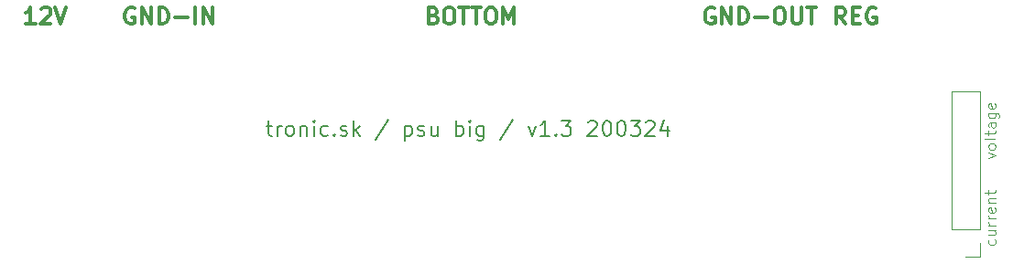
<source format=gto>
G04 #@! TF.FileFunction,Legend,Top*
%FSLAX46Y46*%
G04 Gerber Fmt 4.6, Leading zero omitted, Abs format (unit mm)*
G04 Created by KiCad (PCBNEW 4.0.7) date 03/25/20 15:59:30*
%MOMM*%
%LPD*%
G01*
G04 APERTURE LIST*
%ADD10C,0.100000*%
%ADD11C,0.300000*%
%ADD12C,0.200000*%
%ADD13C,0.120000*%
G04 APERTURE END LIST*
D10*
D11*
X134457714Y-58312857D02*
X134672000Y-58384286D01*
X134743428Y-58455714D01*
X134814857Y-58598571D01*
X134814857Y-58812857D01*
X134743428Y-58955714D01*
X134672000Y-59027143D01*
X134529142Y-59098571D01*
X133957714Y-59098571D01*
X133957714Y-57598571D01*
X134457714Y-57598571D01*
X134600571Y-57670000D01*
X134672000Y-57741429D01*
X134743428Y-57884286D01*
X134743428Y-58027143D01*
X134672000Y-58170000D01*
X134600571Y-58241429D01*
X134457714Y-58312857D01*
X133957714Y-58312857D01*
X135743428Y-57598571D02*
X136029142Y-57598571D01*
X136172000Y-57670000D01*
X136314857Y-57812857D01*
X136386285Y-58098571D01*
X136386285Y-58598571D01*
X136314857Y-58884286D01*
X136172000Y-59027143D01*
X136029142Y-59098571D01*
X135743428Y-59098571D01*
X135600571Y-59027143D01*
X135457714Y-58884286D01*
X135386285Y-58598571D01*
X135386285Y-58098571D01*
X135457714Y-57812857D01*
X135600571Y-57670000D01*
X135743428Y-57598571D01*
X136814857Y-57598571D02*
X137672000Y-57598571D01*
X137243429Y-59098571D02*
X137243429Y-57598571D01*
X137957714Y-57598571D02*
X138814857Y-57598571D01*
X138386286Y-59098571D02*
X138386286Y-57598571D01*
X139600571Y-57598571D02*
X139886285Y-57598571D01*
X140029143Y-57670000D01*
X140172000Y-57812857D01*
X140243428Y-58098571D01*
X140243428Y-58598571D01*
X140172000Y-58884286D01*
X140029143Y-59027143D01*
X139886285Y-59098571D01*
X139600571Y-59098571D01*
X139457714Y-59027143D01*
X139314857Y-58884286D01*
X139243428Y-58598571D01*
X139243428Y-58098571D01*
X139314857Y-57812857D01*
X139457714Y-57670000D01*
X139600571Y-57598571D01*
X140886286Y-59098571D02*
X140886286Y-57598571D01*
X141386286Y-58670000D01*
X141886286Y-57598571D01*
X141886286Y-59098571D01*
X97623429Y-59098571D02*
X96766286Y-59098571D01*
X97194858Y-59098571D02*
X97194858Y-57598571D01*
X97052001Y-57812857D01*
X96909143Y-57955714D01*
X96766286Y-58027143D01*
X98194857Y-57741429D02*
X98266286Y-57670000D01*
X98409143Y-57598571D01*
X98766286Y-57598571D01*
X98909143Y-57670000D01*
X98980572Y-57741429D01*
X99052000Y-57884286D01*
X99052000Y-58027143D01*
X98980572Y-58241429D01*
X98123429Y-59098571D01*
X99052000Y-59098571D01*
X99480571Y-57598571D02*
X99980571Y-59098571D01*
X100480571Y-57598571D01*
X106767714Y-57670000D02*
X106624857Y-57598571D01*
X106410571Y-57598571D01*
X106196286Y-57670000D01*
X106053428Y-57812857D01*
X105982000Y-57955714D01*
X105910571Y-58241429D01*
X105910571Y-58455714D01*
X105982000Y-58741429D01*
X106053428Y-58884286D01*
X106196286Y-59027143D01*
X106410571Y-59098571D01*
X106553428Y-59098571D01*
X106767714Y-59027143D01*
X106839143Y-58955714D01*
X106839143Y-58455714D01*
X106553428Y-58455714D01*
X107482000Y-59098571D02*
X107482000Y-57598571D01*
X108339143Y-59098571D01*
X108339143Y-57598571D01*
X109053429Y-59098571D02*
X109053429Y-57598571D01*
X109410572Y-57598571D01*
X109624857Y-57670000D01*
X109767715Y-57812857D01*
X109839143Y-57955714D01*
X109910572Y-58241429D01*
X109910572Y-58455714D01*
X109839143Y-58741429D01*
X109767715Y-58884286D01*
X109624857Y-59027143D01*
X109410572Y-59098571D01*
X109053429Y-59098571D01*
X110553429Y-58527143D02*
X111696286Y-58527143D01*
X112410572Y-59098571D02*
X112410572Y-57598571D01*
X113124858Y-59098571D02*
X113124858Y-57598571D01*
X113982001Y-59098571D01*
X113982001Y-57598571D01*
X160377714Y-57670000D02*
X160234857Y-57598571D01*
X160020571Y-57598571D01*
X159806286Y-57670000D01*
X159663428Y-57812857D01*
X159592000Y-57955714D01*
X159520571Y-58241429D01*
X159520571Y-58455714D01*
X159592000Y-58741429D01*
X159663428Y-58884286D01*
X159806286Y-59027143D01*
X160020571Y-59098571D01*
X160163428Y-59098571D01*
X160377714Y-59027143D01*
X160449143Y-58955714D01*
X160449143Y-58455714D01*
X160163428Y-58455714D01*
X161092000Y-59098571D02*
X161092000Y-57598571D01*
X161949143Y-59098571D01*
X161949143Y-57598571D01*
X162663429Y-59098571D02*
X162663429Y-57598571D01*
X163020572Y-57598571D01*
X163234857Y-57670000D01*
X163377715Y-57812857D01*
X163449143Y-57955714D01*
X163520572Y-58241429D01*
X163520572Y-58455714D01*
X163449143Y-58741429D01*
X163377715Y-58884286D01*
X163234857Y-59027143D01*
X163020572Y-59098571D01*
X162663429Y-59098571D01*
X164163429Y-58527143D02*
X165306286Y-58527143D01*
X166306286Y-57598571D02*
X166592000Y-57598571D01*
X166734858Y-57670000D01*
X166877715Y-57812857D01*
X166949143Y-58098571D01*
X166949143Y-58598571D01*
X166877715Y-58884286D01*
X166734858Y-59027143D01*
X166592000Y-59098571D01*
X166306286Y-59098571D01*
X166163429Y-59027143D01*
X166020572Y-58884286D01*
X165949143Y-58598571D01*
X165949143Y-58098571D01*
X166020572Y-57812857D01*
X166163429Y-57670000D01*
X166306286Y-57598571D01*
X167592001Y-57598571D02*
X167592001Y-58812857D01*
X167663429Y-58955714D01*
X167734858Y-59027143D01*
X167877715Y-59098571D01*
X168163429Y-59098571D01*
X168306287Y-59027143D01*
X168377715Y-58955714D01*
X168449144Y-58812857D01*
X168449144Y-57598571D01*
X168949144Y-57598571D02*
X169806287Y-57598571D01*
X169377716Y-59098571D02*
X169377716Y-57598571D01*
D10*
X186332762Y-79089000D02*
X186380381Y-79184238D01*
X186380381Y-79374715D01*
X186332762Y-79469953D01*
X186285143Y-79517572D01*
X186189905Y-79565191D01*
X185904190Y-79565191D01*
X185808952Y-79517572D01*
X185761333Y-79469953D01*
X185713714Y-79374715D01*
X185713714Y-79184238D01*
X185761333Y-79089000D01*
X185713714Y-78231857D02*
X186380381Y-78231857D01*
X185713714Y-78660429D02*
X186237524Y-78660429D01*
X186332762Y-78612810D01*
X186380381Y-78517572D01*
X186380381Y-78374714D01*
X186332762Y-78279476D01*
X186285143Y-78231857D01*
X186380381Y-77755667D02*
X185713714Y-77755667D01*
X185904190Y-77755667D02*
X185808952Y-77708048D01*
X185761333Y-77660429D01*
X185713714Y-77565191D01*
X185713714Y-77469952D01*
X186380381Y-77136619D02*
X185713714Y-77136619D01*
X185904190Y-77136619D02*
X185808952Y-77089000D01*
X185761333Y-77041381D01*
X185713714Y-76946143D01*
X185713714Y-76850904D01*
X186332762Y-76136618D02*
X186380381Y-76231856D01*
X186380381Y-76422333D01*
X186332762Y-76517571D01*
X186237524Y-76565190D01*
X185856571Y-76565190D01*
X185761333Y-76517571D01*
X185713714Y-76422333D01*
X185713714Y-76231856D01*
X185761333Y-76136618D01*
X185856571Y-76088999D01*
X185951810Y-76088999D01*
X186047048Y-76565190D01*
X185713714Y-75660428D02*
X186380381Y-75660428D01*
X185808952Y-75660428D02*
X185761333Y-75612809D01*
X185713714Y-75517571D01*
X185713714Y-75374713D01*
X185761333Y-75279475D01*
X185856571Y-75231856D01*
X186380381Y-75231856D01*
X185713714Y-74898523D02*
X185713714Y-74517571D01*
X185380381Y-74755666D02*
X186237524Y-74755666D01*
X186332762Y-74708047D01*
X186380381Y-74612809D01*
X186380381Y-74517571D01*
X185713714Y-71532429D02*
X186380381Y-71294334D01*
X185713714Y-71056238D01*
X186380381Y-70532429D02*
X186332762Y-70627667D01*
X186285143Y-70675286D01*
X186189905Y-70722905D01*
X185904190Y-70722905D01*
X185808952Y-70675286D01*
X185761333Y-70627667D01*
X185713714Y-70532429D01*
X185713714Y-70389571D01*
X185761333Y-70294333D01*
X185808952Y-70246714D01*
X185904190Y-70199095D01*
X186189905Y-70199095D01*
X186285143Y-70246714D01*
X186332762Y-70294333D01*
X186380381Y-70389571D01*
X186380381Y-70532429D01*
X186380381Y-69627667D02*
X186332762Y-69722905D01*
X186237524Y-69770524D01*
X185380381Y-69770524D01*
X185713714Y-69389571D02*
X185713714Y-69008619D01*
X185380381Y-69246714D02*
X186237524Y-69246714D01*
X186332762Y-69199095D01*
X186380381Y-69103857D01*
X186380381Y-69008619D01*
X186380381Y-68246713D02*
X185856571Y-68246713D01*
X185761333Y-68294332D01*
X185713714Y-68389570D01*
X185713714Y-68580047D01*
X185761333Y-68675285D01*
X186332762Y-68246713D02*
X186380381Y-68341951D01*
X186380381Y-68580047D01*
X186332762Y-68675285D01*
X186237524Y-68722904D01*
X186142286Y-68722904D01*
X186047048Y-68675285D01*
X185999429Y-68580047D01*
X185999429Y-68341951D01*
X185951810Y-68246713D01*
X185713714Y-67341951D02*
X186523238Y-67341951D01*
X186618476Y-67389570D01*
X186666095Y-67437189D01*
X186713714Y-67532428D01*
X186713714Y-67675285D01*
X186666095Y-67770523D01*
X186332762Y-67341951D02*
X186380381Y-67437189D01*
X186380381Y-67627666D01*
X186332762Y-67722904D01*
X186285143Y-67770523D01*
X186189905Y-67818142D01*
X185904190Y-67818142D01*
X185808952Y-67770523D01*
X185761333Y-67722904D01*
X185713714Y-67627666D01*
X185713714Y-67437189D01*
X185761333Y-67341951D01*
X186332762Y-66484808D02*
X186380381Y-66580046D01*
X186380381Y-66770523D01*
X186332762Y-66865761D01*
X186237524Y-66913380D01*
X185856571Y-66913380D01*
X185761333Y-66865761D01*
X185713714Y-66770523D01*
X185713714Y-66580046D01*
X185761333Y-66484808D01*
X185856571Y-66437189D01*
X185951810Y-66437189D01*
X186047048Y-66913380D01*
D11*
X172517715Y-59098571D02*
X172017715Y-58384286D01*
X171660572Y-59098571D02*
X171660572Y-57598571D01*
X172232000Y-57598571D01*
X172374858Y-57670000D01*
X172446286Y-57741429D01*
X172517715Y-57884286D01*
X172517715Y-58098571D01*
X172446286Y-58241429D01*
X172374858Y-58312857D01*
X172232000Y-58384286D01*
X171660572Y-58384286D01*
X173160572Y-58312857D02*
X173660572Y-58312857D01*
X173874858Y-59098571D02*
X173160572Y-59098571D01*
X173160572Y-57598571D01*
X173874858Y-57598571D01*
X175303429Y-57670000D02*
X175160572Y-57598571D01*
X174946286Y-57598571D01*
X174732001Y-57670000D01*
X174589143Y-57812857D01*
X174517715Y-57955714D01*
X174446286Y-58241429D01*
X174446286Y-58455714D01*
X174517715Y-58741429D01*
X174589143Y-58884286D01*
X174732001Y-59027143D01*
X174946286Y-59098571D01*
X175089143Y-59098571D01*
X175303429Y-59027143D01*
X175374858Y-58955714D01*
X175374858Y-58455714D01*
X175089143Y-58455714D01*
D12*
X119001332Y-68534000D02*
X119534666Y-68534000D01*
X119201332Y-68067333D02*
X119201332Y-69267333D01*
X119267999Y-69400667D01*
X119401332Y-69467333D01*
X119534666Y-69467333D01*
X120001332Y-69467333D02*
X120001332Y-68534000D01*
X120001332Y-68800667D02*
X120067999Y-68667333D01*
X120134666Y-68600667D01*
X120267999Y-68534000D01*
X120401332Y-68534000D01*
X121067999Y-69467333D02*
X120934666Y-69400667D01*
X120867999Y-69334000D01*
X120801333Y-69200667D01*
X120801333Y-68800667D01*
X120867999Y-68667333D01*
X120934666Y-68600667D01*
X121067999Y-68534000D01*
X121267999Y-68534000D01*
X121401333Y-68600667D01*
X121467999Y-68667333D01*
X121534666Y-68800667D01*
X121534666Y-69200667D01*
X121467999Y-69334000D01*
X121401333Y-69400667D01*
X121267999Y-69467333D01*
X121067999Y-69467333D01*
X122134666Y-68534000D02*
X122134666Y-69467333D01*
X122134666Y-68667333D02*
X122201333Y-68600667D01*
X122334666Y-68534000D01*
X122534666Y-68534000D01*
X122668000Y-68600667D01*
X122734666Y-68734000D01*
X122734666Y-69467333D01*
X123401333Y-69467333D02*
X123401333Y-68534000D01*
X123401333Y-68067333D02*
X123334667Y-68134000D01*
X123401333Y-68200667D01*
X123468000Y-68134000D01*
X123401333Y-68067333D01*
X123401333Y-68200667D01*
X124668000Y-69400667D02*
X124534667Y-69467333D01*
X124268000Y-69467333D01*
X124134667Y-69400667D01*
X124068000Y-69334000D01*
X124001334Y-69200667D01*
X124001334Y-68800667D01*
X124068000Y-68667333D01*
X124134667Y-68600667D01*
X124268000Y-68534000D01*
X124534667Y-68534000D01*
X124668000Y-68600667D01*
X125268000Y-69334000D02*
X125334667Y-69400667D01*
X125268000Y-69467333D01*
X125201334Y-69400667D01*
X125268000Y-69334000D01*
X125268000Y-69467333D01*
X125868001Y-69400667D02*
X126001334Y-69467333D01*
X126268001Y-69467333D01*
X126401334Y-69400667D01*
X126468001Y-69267333D01*
X126468001Y-69200667D01*
X126401334Y-69067333D01*
X126268001Y-69000667D01*
X126068001Y-69000667D01*
X125934667Y-68934000D01*
X125868001Y-68800667D01*
X125868001Y-68734000D01*
X125934667Y-68600667D01*
X126068001Y-68534000D01*
X126268001Y-68534000D01*
X126401334Y-68600667D01*
X127068000Y-69467333D02*
X127068000Y-68067333D01*
X127201334Y-68934000D02*
X127601334Y-69467333D01*
X127601334Y-68534000D02*
X127068000Y-69067333D01*
X130268000Y-68000667D02*
X129068000Y-69800667D01*
X131801334Y-68534000D02*
X131801334Y-69934000D01*
X131801334Y-68600667D02*
X131934668Y-68534000D01*
X132201334Y-68534000D01*
X132334668Y-68600667D01*
X132401334Y-68667333D01*
X132468001Y-68800667D01*
X132468001Y-69200667D01*
X132401334Y-69334000D01*
X132334668Y-69400667D01*
X132201334Y-69467333D01*
X131934668Y-69467333D01*
X131801334Y-69400667D01*
X133001335Y-69400667D02*
X133134668Y-69467333D01*
X133401335Y-69467333D01*
X133534668Y-69400667D01*
X133601335Y-69267333D01*
X133601335Y-69200667D01*
X133534668Y-69067333D01*
X133401335Y-69000667D01*
X133201335Y-69000667D01*
X133068001Y-68934000D01*
X133001335Y-68800667D01*
X133001335Y-68734000D01*
X133068001Y-68600667D01*
X133201335Y-68534000D01*
X133401335Y-68534000D01*
X133534668Y-68600667D01*
X134801334Y-68534000D02*
X134801334Y-69467333D01*
X134201334Y-68534000D02*
X134201334Y-69267333D01*
X134268001Y-69400667D01*
X134401334Y-69467333D01*
X134601334Y-69467333D01*
X134734668Y-69400667D01*
X134801334Y-69334000D01*
X136534668Y-69467333D02*
X136534668Y-68067333D01*
X136534668Y-68600667D02*
X136668002Y-68534000D01*
X136934668Y-68534000D01*
X137068002Y-68600667D01*
X137134668Y-68667333D01*
X137201335Y-68800667D01*
X137201335Y-69200667D01*
X137134668Y-69334000D01*
X137068002Y-69400667D01*
X136934668Y-69467333D01*
X136668002Y-69467333D01*
X136534668Y-69400667D01*
X137801335Y-69467333D02*
X137801335Y-68534000D01*
X137801335Y-68067333D02*
X137734669Y-68134000D01*
X137801335Y-68200667D01*
X137868002Y-68134000D01*
X137801335Y-68067333D01*
X137801335Y-68200667D01*
X139068002Y-68534000D02*
X139068002Y-69667333D01*
X139001336Y-69800667D01*
X138934669Y-69867333D01*
X138801336Y-69934000D01*
X138601336Y-69934000D01*
X138468002Y-69867333D01*
X139068002Y-69400667D02*
X138934669Y-69467333D01*
X138668002Y-69467333D01*
X138534669Y-69400667D01*
X138468002Y-69334000D01*
X138401336Y-69200667D01*
X138401336Y-68800667D01*
X138468002Y-68667333D01*
X138534669Y-68600667D01*
X138668002Y-68534000D01*
X138934669Y-68534000D01*
X139068002Y-68600667D01*
X141801336Y-68000667D02*
X140601336Y-69800667D01*
X143201337Y-68534000D02*
X143534670Y-69467333D01*
X143868004Y-68534000D01*
X145134671Y-69467333D02*
X144334671Y-69467333D01*
X144734671Y-69467333D02*
X144734671Y-68067333D01*
X144601337Y-68267333D01*
X144468004Y-68400667D01*
X144334671Y-68467333D01*
X145734670Y-69334000D02*
X145801337Y-69400667D01*
X145734670Y-69467333D01*
X145668004Y-69400667D01*
X145734670Y-69334000D01*
X145734670Y-69467333D01*
X146268004Y-68067333D02*
X147134671Y-68067333D01*
X146668004Y-68600667D01*
X146868004Y-68600667D01*
X147001337Y-68667333D01*
X147068004Y-68734000D01*
X147134671Y-68867333D01*
X147134671Y-69200667D01*
X147068004Y-69334000D01*
X147001337Y-69400667D01*
X146868004Y-69467333D01*
X146468004Y-69467333D01*
X146334671Y-69400667D01*
X146268004Y-69334000D01*
X148734671Y-68200667D02*
X148801337Y-68134000D01*
X148934671Y-68067333D01*
X149268004Y-68067333D01*
X149401337Y-68134000D01*
X149468004Y-68200667D01*
X149534671Y-68334000D01*
X149534671Y-68467333D01*
X149468004Y-68667333D01*
X148668004Y-69467333D01*
X149534671Y-69467333D01*
X150401337Y-68067333D02*
X150534670Y-68067333D01*
X150668004Y-68134000D01*
X150734670Y-68200667D01*
X150801337Y-68334000D01*
X150868004Y-68600667D01*
X150868004Y-68934000D01*
X150801337Y-69200667D01*
X150734670Y-69334000D01*
X150668004Y-69400667D01*
X150534670Y-69467333D01*
X150401337Y-69467333D01*
X150268004Y-69400667D01*
X150201337Y-69334000D01*
X150134670Y-69200667D01*
X150068004Y-68934000D01*
X150068004Y-68600667D01*
X150134670Y-68334000D01*
X150201337Y-68200667D01*
X150268004Y-68134000D01*
X150401337Y-68067333D01*
X151734670Y-68067333D02*
X151868003Y-68067333D01*
X152001337Y-68134000D01*
X152068003Y-68200667D01*
X152134670Y-68334000D01*
X152201337Y-68600667D01*
X152201337Y-68934000D01*
X152134670Y-69200667D01*
X152068003Y-69334000D01*
X152001337Y-69400667D01*
X151868003Y-69467333D01*
X151734670Y-69467333D01*
X151601337Y-69400667D01*
X151534670Y-69334000D01*
X151468003Y-69200667D01*
X151401337Y-68934000D01*
X151401337Y-68600667D01*
X151468003Y-68334000D01*
X151534670Y-68200667D01*
X151601337Y-68134000D01*
X151734670Y-68067333D01*
X152668003Y-68067333D02*
X153534670Y-68067333D01*
X153068003Y-68600667D01*
X153268003Y-68600667D01*
X153401336Y-68667333D01*
X153468003Y-68734000D01*
X153534670Y-68867333D01*
X153534670Y-69200667D01*
X153468003Y-69334000D01*
X153401336Y-69400667D01*
X153268003Y-69467333D01*
X152868003Y-69467333D01*
X152734670Y-69400667D01*
X152668003Y-69334000D01*
X154068003Y-68200667D02*
X154134669Y-68134000D01*
X154268003Y-68067333D01*
X154601336Y-68067333D01*
X154734669Y-68134000D01*
X154801336Y-68200667D01*
X154868003Y-68334000D01*
X154868003Y-68467333D01*
X154801336Y-68667333D01*
X154001336Y-69467333D01*
X154868003Y-69467333D01*
X156068002Y-68534000D02*
X156068002Y-69467333D01*
X155734669Y-68000667D02*
X155401336Y-69000667D01*
X156268002Y-69000667D01*
D13*
X184972000Y-65345000D02*
X182312000Y-65345000D01*
X184972000Y-78105000D02*
X184972000Y-65345000D01*
X182312000Y-78105000D02*
X182312000Y-65345000D01*
X184972000Y-78105000D02*
X182312000Y-78105000D01*
X184972000Y-79375000D02*
X184972000Y-80705000D01*
X184972000Y-80705000D02*
X183642000Y-80705000D01*
M02*

</source>
